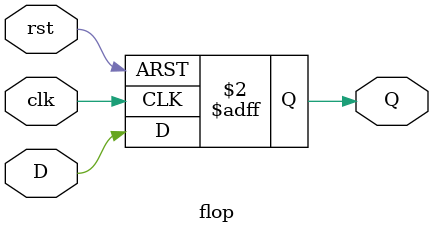
<source format=v>
`timescale 1ns / 1ns

module flop(clk, rst, D, Q);
input clk, rst, D;
output Q;
reg Q;

always @ (posedge clk, posedge rst)
	if (rst) Q <= 1'b0;
	else		Q <= D;

endmodule

</source>
